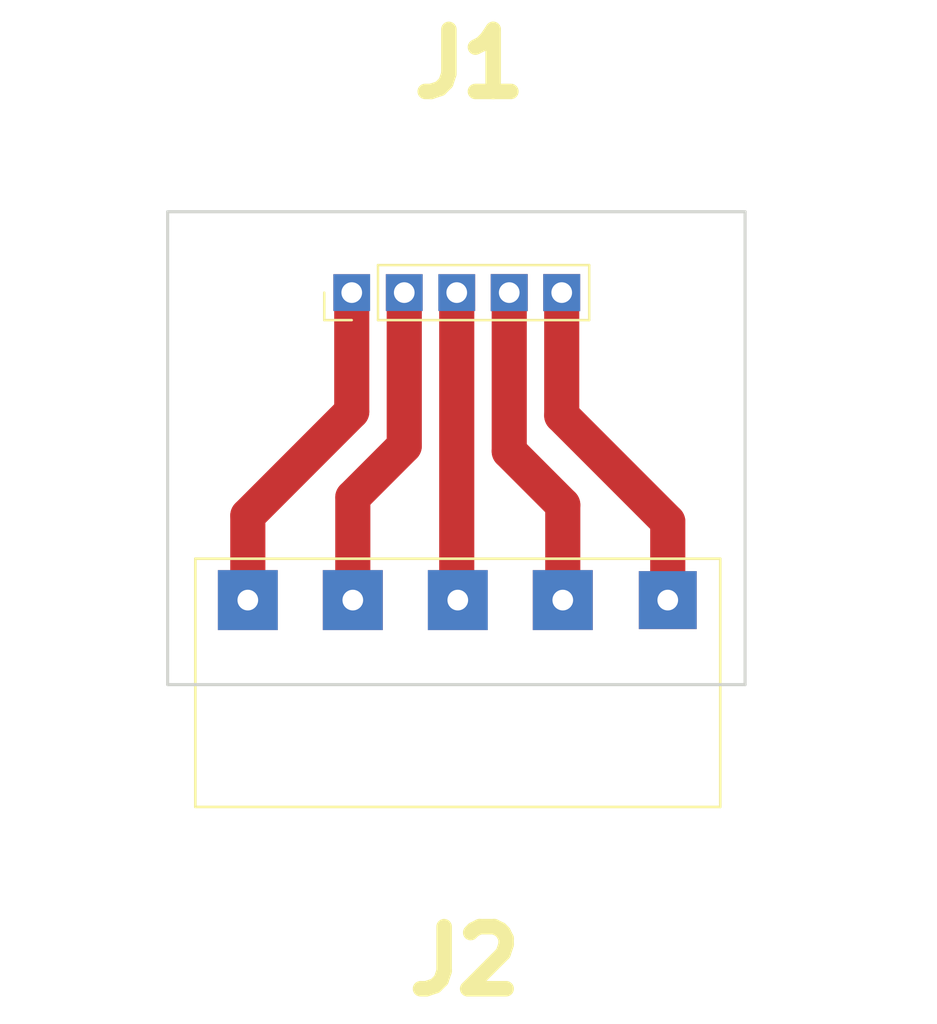
<source format=kicad_pcb>
(kicad_pcb (version 4) (host pcbnew 4.0.7)

  (general
    (links 35)
    (no_connects 15)
    (area 88.824999 86.030999 205.308641 114.375001)
    (thickness 1.6)
    (drawings 4)
    (tracks 14)
    (zones 0)
    (modules 2)
    (nets 6)
  )

  (page A4)
  (layers
    (0 F.Cu signal)
    (31 B.Cu signal)
    (32 B.Adhes user)
    (33 F.Adhes user)
    (34 B.Paste user)
    (35 F.Paste user)
    (36 B.SilkS user)
    (37 F.SilkS user)
    (38 B.Mask user)
    (39 F.Mask user)
    (40 Dwgs.User user)
    (41 Cmts.User user)
    (42 Eco1.User user)
    (43 Eco2.User user)
    (44 Edge.Cuts user)
    (45 Margin user)
    (46 B.CrtYd user)
    (47 F.CrtYd user)
    (48 B.Fab user)
    (49 F.Fab user)
  )

  (setup
    (last_trace_width 0.25)
    (user_trace_width 1.3)
    (user_trace_width 1.4)
    (user_trace_width 1.5)
    (user_trace_width 1.7)
    (user_trace_width 1.8)
    (user_trace_width 2)
    (trace_clearance 0.2)
    (zone_clearance 0.508)
    (zone_45_only no)
    (trace_min 0.2)
    (segment_width 0.2)
    (edge_width 0.15)
    (via_size 0.6)
    (via_drill 0.4)
    (via_min_size 0.4)
    (via_min_drill 0.3)
    (uvia_size 0.3)
    (uvia_drill 0.1)
    (uvias_allowed no)
    (uvia_min_size 0.2)
    (uvia_min_drill 0.1)
    (pcb_text_width 0.3)
    (pcb_text_size 1.5 1.5)
    (mod_edge_width 0.15)
    (mod_text_size 1 1)
    (mod_text_width 0.15)
    (pad_size 2.9 2.9)
    (pad_drill 1)
    (pad_to_mask_clearance 0.2)
    (aux_axis_origin 0 0)
    (visible_elements 7FFFFFFF)
    (pcbplotparams
      (layerselection 0x00030_80000001)
      (usegerberextensions false)
      (excludeedgelayer true)
      (linewidth 0.100000)
      (plotframeref false)
      (viasonmask false)
      (mode 1)
      (useauxorigin false)
      (hpglpennumber 1)
      (hpglpenspeed 20)
      (hpglpendiameter 15)
      (hpglpenoverlay 2)
      (psnegative false)
      (psa4output false)
      (plotreference true)
      (plotvalue true)
      (plotinvisibletext false)
      (padsonsilk false)
      (subtractmaskfromsilk false)
      (outputformat 1)
      (mirror false)
      (drillshape 1)
      (scaleselection 1)
      (outputdirectory ""))
  )

  (net 0 "")
  (net 1 "Net-(J1-Pad1)")
  (net 2 "Net-(J1-Pad2)")
  (net 3 "Net-(J1-Pad3)")
  (net 4 "Net-(J1-Pad4)")
  (net 5 "Net-(J1-Pad5)")

  (net_class Default "This is the default net class."
    (clearance 0.2)
    (trace_width 0.25)
    (via_dia 0.6)
    (via_drill 0.4)
    (uvia_dia 0.3)
    (uvia_drill 0.1)
    (add_net "Net-(J1-Pad1)")
    (add_net "Net-(J1-Pad2)")
    (add_net "Net-(J1-Pad3)")
    (add_net "Net-(J1-Pad4)")
    (add_net "Net-(J1-Pad5)")
  )

  (module Pin_Headers:Pin_Header_Straight_1x05_Pitch2.54mm (layer F.Cu) (tedit 63B404EC) (tstamp 63B0068F)
    (at 129.990726 73.01377 90)
    (descr "Through hole straight pin header, 1x05, 2.54mm pitch, single row")
    (tags "Through hole pin header THT 1x05 2.54mm single row")
    (path /63B001C9)
    (fp_text reference J1 (at 11.07333 5.698614 180) (layer F.SilkS)
      (effects (font (size 3 3) (thickness 0.75)))
    )
    (fp_text value sensor_Footprint (at 6.35508 4.56946 180) (layer F.Fab)
      (effects (font (size 3 3) (thickness 0.75)))
    )
    (fp_line (start -0.635 -1.27) (end 1.27 -1.27) (layer F.Fab) (width 0.1))
    (fp_line (start 1.27 -1.27) (end 1.27 11.43) (layer F.Fab) (width 0.1))
    (fp_line (start 1.27 11.43) (end -1.27 11.43) (layer F.Fab) (width 0.1))
    (fp_line (start -1.27 11.43) (end -1.27 -0.635) (layer F.Fab) (width 0.1))
    (fp_line (start -1.27 -0.635) (end -0.635 -1.27) (layer F.Fab) (width 0.1))
    (fp_line (start -1.33 11.49) (end 1.33 11.49) (layer F.SilkS) (width 0.12))
    (fp_line (start -1.33 1.27) (end -1.33 11.49) (layer F.SilkS) (width 0.12))
    (fp_line (start 1.33 1.27) (end 1.33 11.49) (layer F.SilkS) (width 0.12))
    (fp_line (start -1.33 1.27) (end 1.33 1.27) (layer F.SilkS) (width 0.12))
    (fp_line (start -1.33 0) (end -1.33 -1.33) (layer F.SilkS) (width 0.12))
    (fp_line (start -1.33 -1.33) (end 0 -1.33) (layer F.SilkS) (width 0.12))
    (fp_line (start -1.8 -1.8) (end -1.8 11.95) (layer F.CrtYd) (width 0.05))
    (fp_line (start -1.8 11.95) (end 1.8 11.95) (layer F.CrtYd) (width 0.05))
    (fp_line (start 1.8 11.95) (end 1.8 -1.8) (layer F.CrtYd) (width 0.05))
    (fp_line (start 1.8 -1.8) (end -1.8 -1.8) (layer F.CrtYd) (width 0.05))
    (fp_text user %R (at 0 5.08 180) (layer F.Fab)
      (effects (font (size 1 1) (thickness 0.15)))
    )
    (pad 1 thru_hole rect (at 0 0 90) (size 1.78 1.78) (drill 1) (layers *.Cu *.Mask)
      (net 1 "Net-(J1-Pad1)"))
    (pad 2 thru_hole rect (at 0 2.54 90) (size 1.78 1.78) (drill 1) (layers *.Cu *.Mask)
      (net 2 "Net-(J1-Pad2)"))
    (pad 3 thru_hole rect (at 0 5.08 90) (size 1.78 1.78) (drill 1) (layers *.Cu *.Mask)
      (net 3 "Net-(J1-Pad3)"))
    (pad 4 thru_hole rect (at 0 7.62 90) (size 1.79 1.79) (drill 1) (layers *.Cu *.Mask)
      (net 4 "Net-(J1-Pad4)"))
    (pad 5 thru_hole rect (at 0 10.16 90) (size 1.79 1.79) (drill 1) (layers *.Cu *.Mask)
      (net 5 "Net-(J1-Pad5)"))
    (model ${KISYS3DMOD}/Pin_Headers.3dshapes/Pin_Header_Straight_1x05_Pitch2.54mm.wrl
      (at (xyz 0 0 0))
      (scale (xyz 1 1 1))
      (rotate (xyz 0 0 0))
    )
  )

  (module libs:691312510005 (layer F.Cu) (tedit 63B40527) (tstamp 63B00698)
    (at 135.121526 87.87785)
    (descr "<b>WR-TBL Serie 312 - 5.08 mm Open Horizontal PCB Header  , 5 Pins")
    (path /63B003CC)
    (fp_text reference J2 (at 0.339214 17.43817 180) (layer F.SilkS)
      (effects (font (size 3 3) (thickness 0.75)))
    )
    (fp_text value extension_Footprint (at 0.53086 12.3317) (layer F.Fab)
      (effects (font (size 3 3) (thickness 0.75)))
    )
    (fp_line (start 12.7 -2) (end -12.7 -2) (layer F.SilkS) (width 0.127))
    (fp_line (start -12.7 -2) (end -12.7 10) (layer F.SilkS) (width 0.127))
    (fp_line (start -12.7 10) (end 12.7 10) (layer F.SilkS) (width 0.127))
    (fp_line (start 12.7 10) (end 12.7 -2) (layer F.SilkS) (width 0.127))
    (fp_poly (pts (xy -12.95 -2.25) (xy 12.95 -2.25) (xy 12.95 10.25) (xy -12.95 10.25)) (layer F.CrtYd) (width 0.127))
    (fp_text user 1 (at -10.75 3) (layer F.Fab)
      (effects (font (size 1 1) (thickness 0.15)))
    )
    (pad 2 thru_hole rect (at -5.08 0) (size 2.9 2.9) (drill 1) (layers *.Cu *.Mask)
      (net 2 "Net-(J1-Pad2)"))
    (pad 1 thru_hole rect (at -10.16 0) (size 2.9 2.9) (drill 1) (layers *.Cu *.Mask)
      (net 1 "Net-(J1-Pad1)"))
    (pad 3 thru_hole rect (at 0 0) (size 2.9 2.9) (drill 1) (layers *.Cu *.Mask)
      (net 3 "Net-(J1-Pad3)"))
    (pad 4 thru_hole rect (at 5.08 0) (size 2.9 2.9) (drill 1) (layers *.Cu *.Mask)
      (net 4 "Net-(J1-Pad4)"))
    (pad 5 thru_hole rect (at 10.16 0) (size 2.8 2.8) (drill 1) (layers *.Cu *.Mask)
      (net 5 "Net-(J1-Pad5)"))
  )

  (gr_line (start 121.082946 69.10471) (end 149.022946 69.10471) (layer Edge.Cuts) (width 0.15))
  (gr_line (start 121.082946 91.96471) (end 121.082946 69.10471) (layer Edge.Cuts) (width 0.15))
  (gr_line (start 149.022946 91.96471) (end 121.082946 91.96471) (layer Edge.Cuts) (width 0.15))
  (gr_line (start 149.022946 69.10471) (end 149.022946 91.96471) (layer Edge.Cuts) (width 0.15))

  (segment (start 129.990726 78.76687) (end 124.961526 83.79607) (width 1.7) (layer F.Cu) (net 1))
  (segment (start 124.961526 83.79607) (end 124.961526 87.87785) (width 1.7) (layer F.Cu) (net 1))
  (segment (start 129.990726 73.01377) (end 129.990726 78.76687) (width 1.7) (layer F.Cu) (net 1))
  (segment (start 132.530726 80.42549) (end 130.041526 82.91469) (width 1.7) (layer F.Cu) (net 2))
  (segment (start 130.041526 82.91469) (end 130.041526 87.87785) (width 1.7) (layer F.Cu) (net 2))
  (segment (start 132.530726 73.01377) (end 132.530726 80.42549) (width 1.7) (layer F.Cu) (net 2))
  (segment (start 135.070726 73.01377) (end 135.070726 87.82705) (width 1.7) (layer F.Cu) (net 3))
  (segment (start 135.070726 87.82705) (end 135.121526 87.87785) (width 1.7) (layer F.Cu) (net 3))
  (segment (start 137.610726 80.68711) (end 140.201526 83.27791) (width 1.7) (layer F.Cu) (net 4))
  (segment (start 140.201526 83.27791) (end 140.201526 87.87785) (width 1.7) (layer F.Cu) (net 4))
  (segment (start 137.610726 73.01377) (end 137.610726 80.68711) (width 1.7) (layer F.Cu) (net 4))
  (segment (start 140.150726 78.95483) (end 145.281526 84.08563) (width 1.7) (layer F.Cu) (net 5))
  (segment (start 145.281526 84.08563) (end 145.281526 87.87785) (width 1.7) (layer F.Cu) (net 5))
  (segment (start 140.150726 73.01377) (end 140.150726 78.95483) (width 1.7) (layer F.Cu) (net 5))

)

</source>
